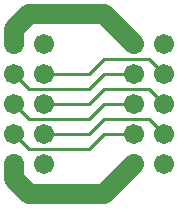
<source format=gbl>
%MOIN*%
%FSLAX25Y25*%
G04 D10 used for Character Trace; *
G04     Circle (OD=.01000) (No hole)*
G04 D11 used for Power Trace; *
G04     Circle (OD=.06500) (No hole)*
G04 D12 used for Signal Trace; *
G04     Circle (OD=.01100) (No hole)*
G04 D13 used for Via; *
G04     Circle (OD=.05800) (Round. Hole ID=.02800)*
G04 D14 used for Component hole; *
G04     Circle (OD=.06500) (Round. Hole ID=.03500)*
G04 D15 used for Component hole; *
G04     Circle (OD=.06700) (Round. Hole ID=.04300)*
G04 D16 used for Component hole; *
G04     Circle (OD=.08100) (Round. Hole ID=.05100)*
G04 D17 used for Component hole; *
G04     Circle (OD=.08900) (Round. Hole ID=.05900)*
G04 D18 used for Component hole; *
G04     Circle (OD=.11300) (Round. Hole ID=.08300)*
G04 D19 used for Component hole; *
G04     Circle (OD=.16000) (Round. Hole ID=.13000)*
G04 D20 used for Component hole; *
G04     Circle (OD=.18300) (Round. Hole ID=.15300)*
G04 D21 used for Component hole; *
G04     Circle (OD=.22291) (Round. Hole ID=.19291)*
%ADD10C,.01000*%
%ADD11C,.06500*%
%ADD12C,.01100*%
%ADD13C,.05800*%
%ADD14C,.06500*%
%ADD15C,.06700*%
%ADD16C,.08100*%
%ADD17C,.08900*%
%ADD18C,.11300*%
%ADD19C,.16000*%
%ADD20C,.18300*%
%ADD21C,.22291*%
%IPPOS*%
%LPD*%
G90*X0Y0D02*D11*X15000Y5000D02*X10000Y10000D01*   
X15000Y5000D02*X40000D01*X50000Y15000D01*D15*D03* 
X60000Y25000D03*D12*X55000Y30000D01*X40000D01*    
X35000Y25000D01*X20000D01*D15*D03*D12*            
X15000Y30000D02*X35000D01*X40000Y35000D01*        
X50000D01*D15*D03*D12*X60000D02*X55000Y40000D01*  
D15*X60000Y35000D03*D12*X40000Y40000D02*X55000D01*
X35000Y35000D02*X40000Y40000D01*X20000Y35000D02*  
X35000D01*D15*X20000D03*D12*X15000Y40000D02*      
X35000D01*X40000Y45000D01*X50000D01*D15*D03*D12*  
X60000D02*X55000Y50000D01*D15*X60000Y45000D03*D12*
X40000Y50000D02*X55000D01*X35000Y45000D02*        
X40000Y50000D01*X20000Y45000D02*X35000D01*D15*    
X20000D03*D12*X15000Y40000D02*X10000Y45000D01*D15*
D03*X20000Y55000D03*X10000D03*D11*Y60000D01*      
X15000Y65000D01*X40000D01*X50000Y55000D01*D15*D03*
X60000D03*D12*X35000Y20000D02*X40000Y25000D01*    
X15000Y20000D02*X35000D01*X15000D02*              
X10000Y25000D01*D15*D03*D12*X15000Y30000D02*      
X10000Y35000D01*D15*D03*Y15000D03*D11*Y10000D01*  
D15*X20000Y15000D03*D12*X40000Y25000D02*X50000D01*
D15*D03*X60000Y15000D03*M02*                      

</source>
